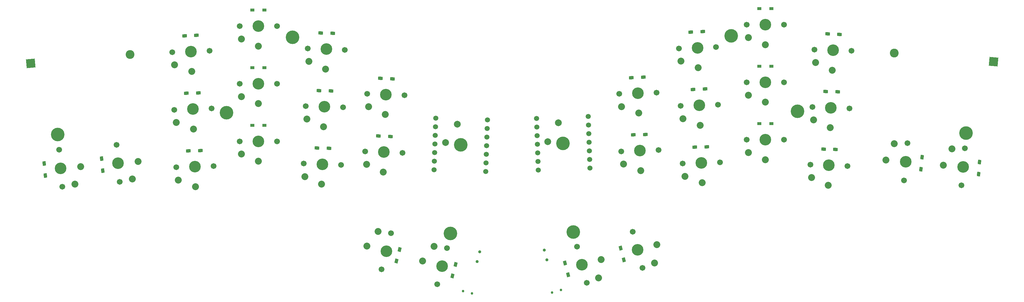
<source format=gbr>
%TF.GenerationSoftware,KiCad,Pcbnew,7.0.7*%
%TF.CreationDate,2023-10-03T23:41:34-07:00*%
%TF.ProjectId,neighboard,6e656967-6862-46f6-9172-642e6b696361,1.1*%
%TF.SameCoordinates,Original*%
%TF.FileFunction,Soldermask,Top*%
%TF.FilePolarity,Negative*%
%FSLAX46Y46*%
G04 Gerber Fmt 4.6, Leading zero omitted, Abs format (unit mm)*
G04 Created by KiCad (PCBNEW 7.0.7) date 2023-10-03 23:41:34*
%MOMM*%
%LPD*%
G01*
G04 APERTURE LIST*
G04 Aperture macros list*
%AMRotRect*
0 Rectangle, with rotation*
0 The origin of the aperture is its center*
0 $1 length*
0 $2 width*
0 $3 Rotation angle, in degrees counterclockwise*
0 Add horizontal line*
21,1,$1,$2,0,0,$3*%
G04 Aperture macros list end*
%ADD10C,0.500000*%
%ADD11C,4.000000*%
%ADD12C,0.750000*%
%ADD13C,2.032000*%
%ADD14C,1.701800*%
%ADD15C,3.429000*%
%ADD16R,1.300000X0.950000*%
%ADD17RotRect,1.300000X0.950000X182.000000*%
%ADD18RotRect,1.300000X0.950000X178.000000*%
%ADD19C,1.500000*%
%ADD20RotRect,1.300000X0.950000X85.000000*%
%ADD21C,2.000000*%
%ADD22RotRect,1.300000X0.950000X75.000000*%
%ADD23RotRect,1.300000X0.950000X275.000000*%
%ADD24RotRect,2.600000X2.600000X175.000000*%
%ADD25C,2.600000*%
%ADD26RotRect,2.600000X2.600000X5.000000*%
%ADD27RotRect,1.300000X0.950000X285.000000*%
%ADD28C,0.900000*%
G04 APERTURE END LIST*
D10*
%TO.C,Ref\u002A\u002A*%
X221769209Y-139268582D03*
X224329209Y-140328582D03*
X224769209Y-139268582D03*
X223269209Y-140768582D03*
X223269209Y-137768582D03*
X222209209Y-138208582D03*
D11*
X223269209Y-139268582D03*
D10*
X224329209Y-138208582D03*
X222209209Y-140328582D03*
%TD*%
%TO.C,Ref\u002A\u002A*%
X224789210Y-165428582D03*
X227349210Y-166488582D03*
X227789210Y-165428582D03*
X226289210Y-166928582D03*
X226289210Y-163928582D03*
X225229210Y-164368582D03*
D11*
X226289210Y-165428582D03*
D10*
X227349210Y-164368582D03*
X225229210Y-166488582D03*
%TD*%
%TO.C,Ref\u002A\u002A*%
X290889210Y-129748582D03*
X293449210Y-130808582D03*
X293889210Y-129748582D03*
X292389210Y-131248582D03*
X292389210Y-128248582D03*
X291329210Y-128688582D03*
D11*
X292389210Y-129748582D03*
D10*
X293449210Y-128688582D03*
X291329210Y-130808582D03*
%TD*%
%TO.C,Ref\u002A\u002A*%
X271349209Y-107528582D03*
X273909209Y-108588582D03*
X274349209Y-107528582D03*
X272849209Y-109028582D03*
X272849209Y-106028582D03*
X271789209Y-106468582D03*
D11*
X272849209Y-107528582D03*
D10*
X273909209Y-106468582D03*
X271789209Y-108588582D03*
%TD*%
%TO.C,Ref\u002A\u002A*%
X340629210Y-136258582D03*
X343189210Y-137318582D03*
X343629210Y-136258582D03*
X342129210Y-137758582D03*
X342129210Y-134758582D03*
X341069210Y-135198582D03*
D11*
X342129210Y-136258582D03*
D10*
X343189210Y-135198582D03*
X341069210Y-137318582D03*
%TD*%
%TO.C,Ref\u002A\u002A*%
X72723179Y-136676587D03*
X75283179Y-137736587D03*
X75723179Y-136676587D03*
X74223179Y-138176587D03*
X74223179Y-135176587D03*
X73163179Y-135616587D03*
D11*
X74223179Y-136676587D03*
D10*
X75283179Y-135616587D03*
X73163179Y-137736587D03*
%TD*%
%TO.C,Ref\u002A\u002A*%
X122463179Y-130186587D03*
X125023179Y-131246587D03*
X125463179Y-130186587D03*
X123963179Y-131686587D03*
X123963179Y-128686587D03*
X122903179Y-129126587D03*
D11*
X123963179Y-130186587D03*
D10*
X125023179Y-129126587D03*
X122903179Y-131246587D03*
%TD*%
%TO.C,Ref\u002A\u002A*%
X142003180Y-107956587D03*
X144563180Y-109016587D03*
X145003180Y-107956587D03*
X143503180Y-109456587D03*
X143503180Y-106456587D03*
X142443180Y-106896587D03*
D11*
X143503180Y-107956587D03*
D10*
X144563180Y-106896587D03*
X142443180Y-109016587D03*
%TD*%
%TO.C,Ref\u002A\u002A*%
X191593179Y-139696587D03*
X194153179Y-140756587D03*
X194593179Y-139696587D03*
X193093179Y-141196587D03*
X193093179Y-138196587D03*
X192033179Y-138636587D03*
D11*
X193093179Y-139696587D03*
D10*
X194153179Y-138636587D03*
X192033179Y-140756587D03*
%TD*%
%TO.C,Ref\u002A\u002A*%
X188553179Y-165836587D03*
X191113179Y-166896587D03*
X191553179Y-165836587D03*
X190053179Y-167336587D03*
X190053179Y-164336587D03*
X188993179Y-164776587D03*
D11*
X190053179Y-165836587D03*
D10*
X191113179Y-164776587D03*
X188993179Y-166896587D03*
%TD*%
D12*
%TO.C,SW34*%
X222672371Y-182562105D03*
X220016075Y-183273857D03*
%TD*%
D13*
%TO.C,SW23*%
X320975605Y-139378631D03*
X318447817Y-144176577D03*
D14*
X323846009Y-150169867D03*
D15*
X324325366Y-144690796D03*
D14*
X324804723Y-139211725D03*
%TD*%
D13*
%TO.C,SW9*%
X79319670Y-151246900D03*
X80975900Y-146082899D03*
D14*
X74618994Y-141118047D03*
D15*
X75098351Y-146597118D03*
D14*
X75577708Y-152076189D03*
%TD*%
D16*
%TO.C,D2*%
X131650900Y-99932896D03*
X135200900Y-99932896D03*
%TD*%
D13*
%TO.C,SW6*%
X128425900Y-125432897D03*
X133425900Y-127532897D03*
D14*
X138925900Y-121632897D03*
D15*
X133425900Y-121632897D03*
D14*
X127925900Y-121632897D03*
%TD*%
D13*
%TO.C,SW30*%
X250202840Y-174537842D03*
X250937189Y-169164693D03*
D14*
X243814722Y-165379133D03*
D15*
X245238227Y-170691725D03*
D14*
X246661732Y-176004317D03*
%TD*%
D17*
%TO.C,D25*%
X262130805Y-140373671D03*
X265678643Y-140249777D03*
%TD*%
D13*
%TO.C,SW7*%
X147725899Y-132056085D03*
X152649564Y-134329303D03*
D14*
X158352121Y-128624844D03*
D15*
X152855471Y-128432897D03*
D14*
X147358821Y-128240950D03*
%TD*%
D18*
%TO.C,D27*%
X300070803Y-140939778D03*
X303618641Y-141063672D03*
%TD*%
%TO.C,D18*%
X301260803Y-106929778D03*
X304808641Y-107053672D03*
%TD*%
D19*
%TO.C,U1*%
X185757765Y-131802180D03*
X185669120Y-134340632D03*
X185580476Y-136879085D03*
X185491831Y-139417538D03*
X185403186Y-141955991D03*
X185314541Y-144494443D03*
X185225897Y-147032896D03*
X200456613Y-147564764D03*
X200545258Y-145026312D03*
X200633902Y-142487859D03*
X200722547Y-139949406D03*
X200811192Y-137410953D03*
X200899837Y-134872501D03*
X200988481Y-132334048D03*
%TD*%
D16*
%TO.C,D21*%
X281129723Y-116471723D03*
X284679723Y-116471723D03*
%TD*%
D13*
%TO.C,SW19*%
X240494480Y-128407502D03*
X245564723Y-130331725D03*
D14*
X250855466Y-124243372D03*
D15*
X245358816Y-124435319D03*
D14*
X239862166Y-124627266D03*
%TD*%
D20*
%TO.C,D23*%
X329139423Y-143333479D03*
X328830021Y-146869971D03*
%TD*%
D13*
%TO.C,SW27*%
X296541802Y-149346860D03*
X301465467Y-151620078D03*
D14*
X307168024Y-145915619D03*
D15*
X301671374Y-145723672D03*
D14*
X296174724Y-145531725D03*
%TD*%
D13*
%TO.C,SW5*%
X109225897Y-133105080D03*
X114296140Y-135029303D03*
D14*
X119586883Y-128940950D03*
D15*
X114090233Y-129132897D03*
D14*
X108593583Y-129324844D03*
%TD*%
D21*
%TO.C,THT4*%
X221872869Y-133186434D03*
%TD*%
D13*
%TO.C,SW3*%
X148296327Y-115056086D03*
X153219992Y-117329304D03*
D14*
X158922549Y-111624845D03*
D15*
X153425899Y-111432898D03*
D14*
X147929249Y-111240951D03*
%TD*%
D13*
%TO.C,SW26*%
X277914723Y-141991724D03*
X282914723Y-144091724D03*
D14*
X288414723Y-138191724D03*
D15*
X282914723Y-138191724D03*
D14*
X277414723Y-138191724D03*
%TD*%
D13*
%TO.C,SW12*%
X147142979Y-149048031D03*
X152066644Y-151321249D03*
D14*
X157769201Y-145616790D03*
D15*
X152272551Y-145424843D03*
D14*
X146775901Y-145232896D03*
%TD*%
D16*
%TO.C,D17*%
X281159723Y-99511724D03*
X284709723Y-99511724D03*
%TD*%
D22*
%TO.C,D14*%
X175085302Y-170568379D03*
X174166494Y-173997415D03*
%TD*%
D17*
%TO.C,D1*%
X111601980Y-107494844D03*
X115149818Y-107370950D03*
%TD*%
D20*
%TO.C,D28*%
X346119423Y-144783479D03*
X345810021Y-148319971D03*
%TD*%
D21*
%TO.C,THT2*%
X192087189Y-133603472D03*
%TD*%
D13*
%TO.C,SW1*%
X108661561Y-116105080D03*
X113731804Y-118029303D03*
D14*
X119022547Y-111940950D03*
D15*
X113525897Y-112132897D03*
D14*
X108029247Y-112324844D03*
%TD*%
D13*
%TO.C,SW24*%
X241083737Y-145395853D03*
X246153980Y-147320076D03*
D14*
X251444723Y-141231723D03*
D15*
X245948073Y-141423670D03*
D14*
X240451423Y-141615617D03*
%TD*%
D13*
%TO.C,SW8*%
X165896327Y-128456086D03*
X170819992Y-130729304D03*
D14*
X176522549Y-125024845D03*
D15*
X171025899Y-124832898D03*
D14*
X165529249Y-124640951D03*
%TD*%
D13*
%TO.C,SW10*%
X109808214Y-150113132D03*
X114878457Y-152037355D03*
D14*
X120169200Y-145949002D03*
D15*
X114672550Y-146140949D03*
D14*
X109175900Y-146332896D03*
%TD*%
D13*
%TO.C,SW4*%
X96247218Y-149782681D03*
X97903448Y-144618680D03*
D14*
X91546542Y-139653828D03*
D15*
X92025899Y-145132899D03*
D14*
X92505256Y-150611970D03*
%TD*%
D13*
%TO.C,SW28*%
X337914722Y-140861725D03*
X335386934Y-145659671D03*
D14*
X340785126Y-151652961D03*
D15*
X341264483Y-146173890D03*
D14*
X341743840Y-140694819D03*
%TD*%
D23*
%TO.C,D4*%
X87480601Y-147301144D03*
X87171199Y-143764652D03*
%TD*%
D13*
%TO.C,SW13*%
X165296325Y-145456083D03*
X170219990Y-147729301D03*
D14*
X175922547Y-142024842D03*
D15*
X170425897Y-141832895D03*
D14*
X164929247Y-141640948D03*
%TD*%
D13*
%TO.C,SW17*%
X277934723Y-108011723D03*
X282934723Y-110111723D03*
D14*
X288434723Y-104211723D03*
D15*
X282934723Y-104211723D03*
D14*
X277434723Y-104211723D03*
%TD*%
D16*
%TO.C,D6*%
X131650897Y-116932897D03*
X135200897Y-116932897D03*
%TD*%
D18*
%TO.C,D7*%
X151251980Y-123670951D03*
X154799818Y-123794845D03*
%TD*%
D21*
%TO.C,THT1*%
X188587189Y-139053472D03*
%TD*%
D24*
%TO.C,BT2*%
X350218286Y-115159170D03*
D25*
X320930162Y-112596792D03*
%TD*%
D17*
%TO.C,D10*%
X112751980Y-141494844D03*
X116299818Y-141370950D03*
%TD*%
D26*
%TO.C,BT1*%
X66231835Y-115614086D03*
D25*
X95519959Y-113051708D03*
%TD*%
D23*
%TO.C,D9*%
X70580599Y-148751143D03*
X70271197Y-145214651D03*
%TD*%
D13*
%TO.C,SW22*%
X297134724Y-132361725D03*
X302058389Y-134634943D03*
D14*
X307760946Y-128930484D03*
D15*
X302264296Y-128738537D03*
D14*
X296767646Y-128546590D03*
%TD*%
D13*
%TO.C,SW2*%
X128425898Y-108432896D03*
X133425898Y-110532896D03*
D14*
X138925898Y-104632896D03*
D15*
X133425898Y-104632896D03*
D14*
X127925898Y-104632896D03*
%TD*%
D16*
%TO.C,D11*%
X131650901Y-133932895D03*
X135200901Y-133932895D03*
%TD*%
D17*
%TO.C,D19*%
X243410805Y-119863671D03*
X246958643Y-119739777D03*
%TD*%
D27*
%TO.C,D30*%
X241164127Y-173606243D03*
X240245319Y-170177207D03*
%TD*%
D19*
%TO.C,U2*%
X230674939Y-131346113D03*
X230763584Y-133884565D03*
X230852228Y-136423018D03*
X230940873Y-138961471D03*
X231029518Y-141499924D03*
X231118163Y-144038376D03*
X231206807Y-146576829D03*
X215976091Y-147108697D03*
X215887446Y-144570245D03*
X215798802Y-142031792D03*
X215710157Y-139493339D03*
X215621512Y-136954886D03*
X215532867Y-134416434D03*
X215444223Y-131877981D03*
%TD*%
D17*
%TO.C,D5*%
X112151980Y-124474844D03*
X115699818Y-124350950D03*
%TD*%
D22*
%TO.C,D15*%
X191535303Y-174968380D03*
X190616495Y-178397416D03*
%TD*%
D13*
%TO.C,SW21*%
X277914723Y-125001725D03*
X282914723Y-127101725D03*
D14*
X288414723Y-121201725D03*
D15*
X282914723Y-121201725D03*
D14*
X277414723Y-121201725D03*
%TD*%
D16*
%TO.C,D26*%
X281139723Y-133431725D03*
X284689723Y-133431725D03*
%TD*%
D17*
%TO.C,D24*%
X244000804Y-136733672D03*
X247548642Y-136609778D03*
%TD*%
D18*
%TO.C,D22*%
X300670805Y-123899777D03*
X304218643Y-124023671D03*
%TD*%
D12*
%TO.C,SW33*%
X193739001Y-182875619D03*
X196395297Y-183587371D03*
%TD*%
D13*
%TO.C,SW20*%
X258614723Y-131991724D03*
X263684966Y-133915947D03*
D14*
X268975709Y-127827594D03*
D15*
X263479059Y-128019541D03*
D14*
X257982409Y-128211488D03*
%TD*%
D18*
%TO.C,D13*%
X168801978Y-137070950D03*
X172349816Y-137194844D03*
%TD*%
D13*
%TO.C,SW25*%
X259207037Y-148981960D03*
X264277280Y-150906183D03*
D14*
X269568023Y-144817830D03*
D15*
X264071373Y-145009777D03*
D14*
X258574723Y-145201724D03*
%TD*%
D18*
%TO.C,D12*%
X150651979Y-140620949D03*
X154199817Y-140744843D03*
%TD*%
D13*
%TO.C,SW14*%
X168744474Y-165287755D03*
X165421935Y-169573865D03*
D14*
X169697392Y-176413489D03*
D15*
X171120897Y-171100897D03*
D14*
X172544402Y-165788305D03*
%TD*%
D17*
%TO.C,D20*%
X261560803Y-123343672D03*
X265108641Y-123219778D03*
%TD*%
D21*
%TO.C,THT3*%
X218762868Y-138776435D03*
%TD*%
D18*
%TO.C,D3*%
X151801980Y-106670949D03*
X155349818Y-106794843D03*
%TD*%
D13*
%TO.C,SW29*%
X233772841Y-178940434D03*
X234507190Y-173567285D03*
D14*
X227384723Y-169781725D03*
D15*
X228808228Y-175094317D03*
D14*
X230231733Y-180406909D03*
%TD*%
D13*
%TO.C,SW16*%
X258034724Y-115001725D03*
X263104967Y-116925948D03*
D14*
X268395710Y-110837595D03*
D15*
X262899060Y-111029542D03*
D14*
X257402410Y-111221489D03*
%TD*%
D13*
%TO.C,SW15*%
X185194474Y-169687755D03*
X181871935Y-173973865D03*
D14*
X186147392Y-180813489D03*
D15*
X187570897Y-175500897D03*
D14*
X188994402Y-170188305D03*
%TD*%
D17*
%TO.C,D16*%
X260950804Y-106373672D03*
X264498642Y-106249778D03*
%TD*%
D13*
%TO.C,SW11*%
X128425898Y-142432896D03*
X133425898Y-144532896D03*
D14*
X138925898Y-138632896D03*
D15*
X133425898Y-138632896D03*
D14*
X127925898Y-138632896D03*
%TD*%
D27*
%TO.C,D29*%
X224754127Y-178016241D03*
X223835319Y-174587205D03*
%TD*%
D13*
%TO.C,SW18*%
X297734724Y-115361726D03*
X302658389Y-117634944D03*
D14*
X308360946Y-111930485D03*
D15*
X302864296Y-111738538D03*
D14*
X297367646Y-111546591D03*
%TD*%
D18*
%TO.C,D8*%
X169401979Y-120070948D03*
X172949817Y-120194842D03*
%TD*%
D28*
%TO.C,SW32*%
X217710178Y-170729796D03*
X218486635Y-173627573D03*
%TD*%
%TO.C,SW31*%
X197875898Y-174132897D03*
X198652355Y-171235120D03*
%TD*%
M02*

</source>
